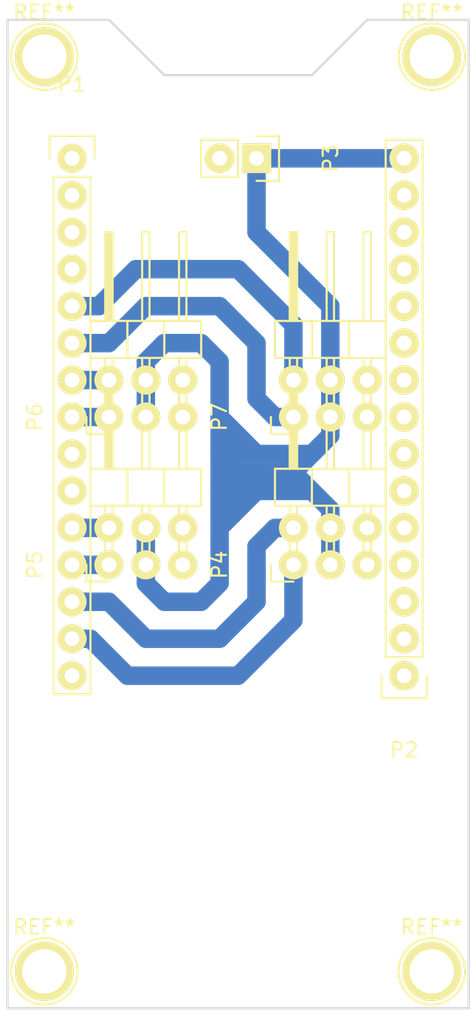
<source format=kicad_pcb>
(kicad_pcb (version 20171130) (host pcbnew 5.1.12-84ad8e8a86~92~ubuntu20.04.1)

  (general
    (thickness 1.6)
    (drawings 8)
    (tracks 71)
    (zones 0)
    (modules 11)
    (nets 28)
  )

  (page A4)
  (layers
    (0 F.Cu signal)
    (31 B.Cu signal)
    (32 B.Adhes user)
    (33 F.Adhes user)
    (34 B.Paste user)
    (35 F.Paste user)
    (36 B.SilkS user)
    (37 F.SilkS user)
    (38 B.Mask user)
    (39 F.Mask user)
    (40 Dwgs.User user)
    (41 Cmts.User user)
    (42 Eco1.User user)
    (43 Eco2.User user)
    (44 Edge.Cuts user)
    (45 Margin user)
    (46 B.CrtYd user)
    (47 F.CrtYd user)
    (48 B.Fab user)
    (49 F.Fab user)
  )

  (setup
    (last_trace_width 1.27)
    (trace_clearance 0.762)
    (zone_clearance 0.254)
    (zone_45_only no)
    (trace_min 1.27)
    (via_size 0.6)
    (via_drill 0.4)
    (via_min_size 0.4)
    (via_min_drill 0.3)
    (uvia_size 0.3)
    (uvia_drill 0.1)
    (uvias_allowed no)
    (uvia_min_size 0)
    (uvia_min_drill 0)
    (edge_width 0.15)
    (segment_width 0.2)
    (pcb_text_width 0.3)
    (pcb_text_size 1.5 1.5)
    (mod_edge_width 0.15)
    (mod_text_size 1 1)
    (mod_text_width 0.15)
    (pad_size 2 2)
    (pad_drill 1.016)
    (pad_to_mask_clearance 0.2)
    (aux_axis_origin 0 0)
    (visible_elements FFFFFF7F)
    (pcbplotparams
      (layerselection 0x01000_80000000)
      (usegerberextensions false)
      (usegerberattributes true)
      (usegerberadvancedattributes true)
      (creategerberjobfile true)
      (excludeedgelayer true)
      (linewidth 0.100000)
      (plotframeref false)
      (viasonmask false)
      (mode 1)
      (useauxorigin false)
      (hpglpennumber 1)
      (hpglpenspeed 20)
      (hpglpendiameter 15.000000)
      (psnegative false)
      (psa4output false)
      (plotreference true)
      (plotvalue true)
      (plotinvisibletext false)
      (padsonsilk false)
      (subtractmaskfromsilk false)
      (outputformat 1)
      (mirror false)
      (drillshape 0)
      (scaleselection 1)
      (outputdirectory ""))
  )

  (net 0 "")
  (net 1 "Net-(P1-Pad1)")
  (net 2 GND)
  (net 3 "Net-(P1-Pad3)")
  (net 4 "Net-(P1-Pad4)")
  (net 5 D8)
  (net 6 D7)
  (net 7 D6)
  (net 8 D5)
  (net 9 "Net-(P1-Pad10)")
  (net 10 D4)
  (net 11 D3)
  (net 12 D2)
  (net 13 D1)
  (net 14 "Net-(P1-Pad15)")
  (net 15 "Net-(P2-Pad1)")
  (net 16 "Net-(P2-Pad2)")
  (net 17 "Net-(P2-Pad3)")
  (net 18 "Net-(P2-Pad4)")
  (net 19 "Net-(P2-Pad5)")
  (net 20 "Net-(P2-Pad6)")
  (net 21 "Net-(P2-Pad7)")
  (net 22 "Net-(P2-Pad8)")
  (net 23 "Net-(P2-Pad9)")
  (net 24 "Net-(P2-Pad11)")
  (net 25 "Net-(P2-Pad12)")
  (net 26 "Net-(P2-Pad13)")
  (net 27 V+)

  (net_class Default "This is the default net class."
    (clearance 0.762)
    (trace_width 1.27)
    (via_dia 0.6)
    (via_drill 0.4)
    (uvia_dia 0.3)
    (uvia_drill 0.1)
    (add_net D1)
    (add_net D2)
    (add_net D3)
    (add_net D4)
    (add_net D5)
    (add_net D6)
    (add_net D7)
    (add_net D8)
    (add_net GND)
    (add_net "Net-(P1-Pad1)")
    (add_net "Net-(P1-Pad10)")
    (add_net "Net-(P1-Pad15)")
    (add_net "Net-(P1-Pad3)")
    (add_net "Net-(P1-Pad4)")
    (add_net "Net-(P2-Pad1)")
    (add_net "Net-(P2-Pad11)")
    (add_net "Net-(P2-Pad12)")
    (add_net "Net-(P2-Pad13)")
    (add_net "Net-(P2-Pad2)")
    (add_net "Net-(P2-Pad3)")
    (add_net "Net-(P2-Pad4)")
    (add_net "Net-(P2-Pad5)")
    (add_net "Net-(P2-Pad6)")
    (add_net "Net-(P2-Pad7)")
    (add_net "Net-(P2-Pad8)")
    (add_net "Net-(P2-Pad9)")
    (add_net V+)
  )

  (module Pin_Headers:Pin_Header_Angled_2x03 placed (layer F.Cu) (tedit 56DD6A04) (tstamp 5693D7EA)
    (at 87.63 77.47 90)
    (descr "Through hole pin header")
    (tags "pin header")
    (path /5693D1F3)
    (fp_text reference P6 (at 0 -5.1 90) (layer F.SilkS)
      (effects (font (size 1 1) (thickness 0.15)))
    )
    (fp_text value CONN_02X03 (at 0 -3.1 90) (layer F.Fab)
      (effects (font (size 1 1) (thickness 0.15)))
    )
    (fp_line (start 4.064 -1.27) (end 6.604 -1.27) (layer F.SilkS) (width 0.15))
    (fp_line (start 4.064 -1.27) (end 4.064 1.27) (layer F.SilkS) (width 0.15))
    (fp_line (start 4.064 1.27) (end 6.604 1.27) (layer F.SilkS) (width 0.15))
    (fp_line (start 6.604 -0.254) (end 12.7 -0.254) (layer F.SilkS) (width 0.15))
    (fp_line (start 12.7 -0.254) (end 12.7 0.254) (layer F.SilkS) (width 0.15))
    (fp_line (start 12.7 0.254) (end 6.604 0.254) (layer F.SilkS) (width 0.15))
    (fp_line (start 6.604 1.27) (end 6.604 -1.27) (layer F.SilkS) (width 0.15))
    (fp_line (start 4.064 1.27) (end 6.604 1.27) (layer F.SilkS) (width 0.15))
    (fp_line (start 4.064 3.81) (end 6.604 3.81) (layer F.SilkS) (width 0.15))
    (fp_line (start 4.064 3.81) (end 4.064 6.35) (layer F.SilkS) (width 0.15))
    (fp_line (start 4.064 6.35) (end 6.604 6.35) (layer F.SilkS) (width 0.15))
    (fp_line (start 6.604 4.826) (end 12.7 4.826) (layer F.SilkS) (width 0.15))
    (fp_line (start 12.7 4.826) (end 12.7 5.334) (layer F.SilkS) (width 0.15))
    (fp_line (start 12.7 5.334) (end 6.604 5.334) (layer F.SilkS) (width 0.15))
    (fp_line (start 6.604 6.35) (end 6.604 3.81) (layer F.SilkS) (width 0.15))
    (fp_line (start 4.064 6.35) (end 6.604 6.35) (layer F.SilkS) (width 0.15))
    (fp_line (start 6.604 3.81) (end 6.604 1.27) (layer F.SilkS) (width 0.15))
    (fp_line (start 12.7 2.794) (end 6.604 2.794) (layer F.SilkS) (width 0.15))
    (fp_line (start 12.7 2.286) (end 12.7 2.794) (layer F.SilkS) (width 0.15))
    (fp_line (start 6.604 2.286) (end 12.7 2.286) (layer F.SilkS) (width 0.15))
    (fp_line (start 4.064 3.81) (end 6.604 3.81) (layer F.SilkS) (width 0.15))
    (fp_line (start 4.064 1.27) (end 4.064 3.81) (layer F.SilkS) (width 0.15))
    (fp_line (start 6.731 0) (end 12.573 0) (layer F.SilkS) (width 0.15))
    (fp_line (start 6.731 0.127) (end 6.731 0) (layer F.SilkS) (width 0.15))
    (fp_line (start 12.573 0.127) (end 6.731 0.127) (layer F.SilkS) (width 0.15))
    (fp_line (start 12.573 -0.127) (end 12.573 0.127) (layer F.SilkS) (width 0.15))
    (fp_line (start 6.604 -0.127) (end 12.573 -0.127) (layer F.SilkS) (width 0.15))
    (fp_line (start -1.15 -1.55) (end -1.15 0) (layer F.SilkS) (width 0.15))
    (fp_line (start 0 -1.55) (end -1.15 -1.55) (layer F.SilkS) (width 0.15))
    (fp_line (start 4.064 0.254) (end 3.556 0.254) (layer F.SilkS) (width 0.15))
    (fp_line (start 4.064 -0.254) (end 3.556 -0.254) (layer F.SilkS) (width 0.15))
    (fp_line (start 4.064 5.334) (end 3.556 5.334) (layer F.SilkS) (width 0.15))
    (fp_line (start 4.064 4.826) (end 3.556 4.826) (layer F.SilkS) (width 0.15))
    (fp_line (start 4.064 2.794) (end 3.556 2.794) (layer F.SilkS) (width 0.15))
    (fp_line (start 4.064 2.286) (end 3.556 2.286) (layer F.SilkS) (width 0.15))
    (fp_line (start 1.524 -0.254) (end 1.016 -0.254) (layer F.SilkS) (width 0.15))
    (fp_line (start 1.524 0.254) (end 1.016 0.254) (layer F.SilkS) (width 0.15))
    (fp_line (start 1.524 2.286) (end 1.016 2.286) (layer F.SilkS) (width 0.15))
    (fp_line (start 1.524 2.794) (end 1.016 2.794) (layer F.SilkS) (width 0.15))
    (fp_line (start 1.524 4.826) (end 1.016 4.826) (layer F.SilkS) (width 0.15))
    (fp_line (start 1.524 5.334) (end 1.016 5.334) (layer F.SilkS) (width 0.15))
    (fp_line (start -1.35 6.85) (end 13.2 6.85) (layer F.CrtYd) (width 0.05))
    (fp_line (start -1.35 -1.75) (end 13.2 -1.75) (layer F.CrtYd) (width 0.05))
    (fp_line (start 13.2 -1.75) (end 13.2 6.85) (layer F.CrtYd) (width 0.05))
    (fp_line (start -1.35 -1.75) (end -1.35 6.85) (layer F.CrtYd) (width 0.05))
    (pad 1 thru_hole circle (at 0 0 90) (size 2 2) (drill 1.016) (layers *.Cu *.Mask F.SilkS)
      (net 8 D5))
    (pad 2 thru_hole circle (at 2.54 0 90) (size 2 2) (drill 1.016) (layers *.Cu *.Mask F.SilkS)
      (net 7 D6))
    (pad 3 thru_hole circle (at 0 2.54 90) (size 2 2) (drill 1.016) (layers *.Cu *.Mask F.SilkS)
      (net 27 V+))
    (pad 4 thru_hole circle (at 2.54 2.54 90) (size 2 2) (drill 1.016) (layers *.Cu *.Mask F.SilkS)
      (net 27 V+))
    (pad 5 thru_hole circle (at 0 5.08 90) (size 2 2) (drill 1.016) (layers *.Cu *.Mask F.SilkS)
      (net 2 GND))
    (pad 6 thru_hole circle (at 2.54 5.08 90) (size 2 2) (drill 1.016) (layers *.Cu *.Mask F.SilkS)
      (net 2 GND))
    (model Pin_Headers.3dshapes/Pin_Header_Angled_2x03.wrl
      (offset (xyz 1.269999980926514 -2.539999961853027 0))
      (scale (xyz 1 1 1))
      (rotate (xyz 0 0 90))
    )
  )

  (module Pin_Headers:Pin_Header_Angled_2x03 placed (layer F.Cu) (tedit 56DD69E4) (tstamp 5693D7F4)
    (at 100.33 77.47 90)
    (descr "Through hole pin header")
    (tags "pin header")
    (path /5693D22A)
    (fp_text reference P7 (at 0 -5.1 90) (layer F.SilkS)
      (effects (font (size 1 1) (thickness 0.15)))
    )
    (fp_text value CONN_02X03 (at 0 -3.1 90) (layer F.Fab)
      (effects (font (size 1 1) (thickness 0.15)))
    )
    (fp_line (start 4.064 -1.27) (end 6.604 -1.27) (layer F.SilkS) (width 0.15))
    (fp_line (start 4.064 -1.27) (end 4.064 1.27) (layer F.SilkS) (width 0.15))
    (fp_line (start 4.064 1.27) (end 6.604 1.27) (layer F.SilkS) (width 0.15))
    (fp_line (start 6.604 -0.254) (end 12.7 -0.254) (layer F.SilkS) (width 0.15))
    (fp_line (start 12.7 -0.254) (end 12.7 0.254) (layer F.SilkS) (width 0.15))
    (fp_line (start 12.7 0.254) (end 6.604 0.254) (layer F.SilkS) (width 0.15))
    (fp_line (start 6.604 1.27) (end 6.604 -1.27) (layer F.SilkS) (width 0.15))
    (fp_line (start 4.064 1.27) (end 6.604 1.27) (layer F.SilkS) (width 0.15))
    (fp_line (start 4.064 3.81) (end 6.604 3.81) (layer F.SilkS) (width 0.15))
    (fp_line (start 4.064 3.81) (end 4.064 6.35) (layer F.SilkS) (width 0.15))
    (fp_line (start 4.064 6.35) (end 6.604 6.35) (layer F.SilkS) (width 0.15))
    (fp_line (start 6.604 4.826) (end 12.7 4.826) (layer F.SilkS) (width 0.15))
    (fp_line (start 12.7 4.826) (end 12.7 5.334) (layer F.SilkS) (width 0.15))
    (fp_line (start 12.7 5.334) (end 6.604 5.334) (layer F.SilkS) (width 0.15))
    (fp_line (start 6.604 6.35) (end 6.604 3.81) (layer F.SilkS) (width 0.15))
    (fp_line (start 4.064 6.35) (end 6.604 6.35) (layer F.SilkS) (width 0.15))
    (fp_line (start 6.604 3.81) (end 6.604 1.27) (layer F.SilkS) (width 0.15))
    (fp_line (start 12.7 2.794) (end 6.604 2.794) (layer F.SilkS) (width 0.15))
    (fp_line (start 12.7 2.286) (end 12.7 2.794) (layer F.SilkS) (width 0.15))
    (fp_line (start 6.604 2.286) (end 12.7 2.286) (layer F.SilkS) (width 0.15))
    (fp_line (start 4.064 3.81) (end 6.604 3.81) (layer F.SilkS) (width 0.15))
    (fp_line (start 4.064 1.27) (end 4.064 3.81) (layer F.SilkS) (width 0.15))
    (fp_line (start 6.731 0) (end 12.573 0) (layer F.SilkS) (width 0.15))
    (fp_line (start 6.731 0.127) (end 6.731 0) (layer F.SilkS) (width 0.15))
    (fp_line (start 12.573 0.127) (end 6.731 0.127) (layer F.SilkS) (width 0.15))
    (fp_line (start 12.573 -0.127) (end 12.573 0.127) (layer F.SilkS) (width 0.15))
    (fp_line (start 6.604 -0.127) (end 12.573 -0.127) (layer F.SilkS) (width 0.15))
    (fp_line (start -1.15 -1.55) (end -1.15 0) (layer F.SilkS) (width 0.15))
    (fp_line (start 0 -1.55) (end -1.15 -1.55) (layer F.SilkS) (width 0.15))
    (fp_line (start 4.064 0.254) (end 3.556 0.254) (layer F.SilkS) (width 0.15))
    (fp_line (start 4.064 -0.254) (end 3.556 -0.254) (layer F.SilkS) (width 0.15))
    (fp_line (start 4.064 5.334) (end 3.556 5.334) (layer F.SilkS) (width 0.15))
    (fp_line (start 4.064 4.826) (end 3.556 4.826) (layer F.SilkS) (width 0.15))
    (fp_line (start 4.064 2.794) (end 3.556 2.794) (layer F.SilkS) (width 0.15))
    (fp_line (start 4.064 2.286) (end 3.556 2.286) (layer F.SilkS) (width 0.15))
    (fp_line (start 1.524 -0.254) (end 1.016 -0.254) (layer F.SilkS) (width 0.15))
    (fp_line (start 1.524 0.254) (end 1.016 0.254) (layer F.SilkS) (width 0.15))
    (fp_line (start 1.524 2.286) (end 1.016 2.286) (layer F.SilkS) (width 0.15))
    (fp_line (start 1.524 2.794) (end 1.016 2.794) (layer F.SilkS) (width 0.15))
    (fp_line (start 1.524 4.826) (end 1.016 4.826) (layer F.SilkS) (width 0.15))
    (fp_line (start 1.524 5.334) (end 1.016 5.334) (layer F.SilkS) (width 0.15))
    (fp_line (start -1.35 6.85) (end 13.2 6.85) (layer F.CrtYd) (width 0.05))
    (fp_line (start -1.35 -1.75) (end 13.2 -1.75) (layer F.CrtYd) (width 0.05))
    (fp_line (start 13.2 -1.75) (end 13.2 6.85) (layer F.CrtYd) (width 0.05))
    (fp_line (start -1.35 -1.75) (end -1.35 6.85) (layer F.CrtYd) (width 0.05))
    (pad 1 thru_hole circle (at 0 0 90) (size 2 2) (drill 1.016) (layers *.Cu *.Mask F.SilkS)
      (net 6 D7))
    (pad 2 thru_hole circle (at 2.54 0 90) (size 2 2) (drill 1.016) (layers *.Cu *.Mask F.SilkS)
      (net 5 D8))
    (pad 3 thru_hole circle (at 0 2.54 90) (size 2 2) (drill 1.016) (layers *.Cu *.Mask F.SilkS)
      (net 27 V+))
    (pad 4 thru_hole circle (at 2.54 2.54 90) (size 2 2) (drill 1.016) (layers *.Cu *.Mask F.SilkS)
      (net 27 V+))
    (pad 5 thru_hole circle (at 0 5.08 90) (size 2 2) (drill 1.016) (layers *.Cu *.Mask F.SilkS)
      (net 2 GND))
    (pad 6 thru_hole circle (at 2.54 5.08 90) (size 2 2) (drill 1.016) (layers *.Cu *.Mask F.SilkS)
      (net 2 GND))
    (model Pin_Headers.3dshapes/Pin_Header_Angled_2x03.wrl
      (offset (xyz 1.269999980926514 -2.539999961853027 0))
      (scale (xyz 1 1 1))
      (rotate (xyz 0 0 90))
    )
  )

  (module Pin_Headers:Pin_Header_Angled_2x03 placed (layer F.Cu) (tedit 56DD69C8) (tstamp 5693D7D6)
    (at 100.33 87.63 90)
    (descr "Through hole pin header")
    (tags "pin header")
    (path /5693D1B5)
    (fp_text reference P4 (at 0 -5.1 90) (layer F.SilkS)
      (effects (font (size 1 1) (thickness 0.15)))
    )
    (fp_text value CONN_02X03 (at 0 -3.1 90) (layer F.Fab)
      (effects (font (size 1 1) (thickness 0.15)))
    )
    (fp_line (start 4.064 -1.27) (end 6.604 -1.27) (layer F.SilkS) (width 0.15))
    (fp_line (start 4.064 -1.27) (end 4.064 1.27) (layer F.SilkS) (width 0.15))
    (fp_line (start 4.064 1.27) (end 6.604 1.27) (layer F.SilkS) (width 0.15))
    (fp_line (start 6.604 -0.254) (end 12.7 -0.254) (layer F.SilkS) (width 0.15))
    (fp_line (start 12.7 -0.254) (end 12.7 0.254) (layer F.SilkS) (width 0.15))
    (fp_line (start 12.7 0.254) (end 6.604 0.254) (layer F.SilkS) (width 0.15))
    (fp_line (start 6.604 1.27) (end 6.604 -1.27) (layer F.SilkS) (width 0.15))
    (fp_line (start 4.064 1.27) (end 6.604 1.27) (layer F.SilkS) (width 0.15))
    (fp_line (start 4.064 3.81) (end 6.604 3.81) (layer F.SilkS) (width 0.15))
    (fp_line (start 4.064 3.81) (end 4.064 6.35) (layer F.SilkS) (width 0.15))
    (fp_line (start 4.064 6.35) (end 6.604 6.35) (layer F.SilkS) (width 0.15))
    (fp_line (start 6.604 4.826) (end 12.7 4.826) (layer F.SilkS) (width 0.15))
    (fp_line (start 12.7 4.826) (end 12.7 5.334) (layer F.SilkS) (width 0.15))
    (fp_line (start 12.7 5.334) (end 6.604 5.334) (layer F.SilkS) (width 0.15))
    (fp_line (start 6.604 6.35) (end 6.604 3.81) (layer F.SilkS) (width 0.15))
    (fp_line (start 4.064 6.35) (end 6.604 6.35) (layer F.SilkS) (width 0.15))
    (fp_line (start 6.604 3.81) (end 6.604 1.27) (layer F.SilkS) (width 0.15))
    (fp_line (start 12.7 2.794) (end 6.604 2.794) (layer F.SilkS) (width 0.15))
    (fp_line (start 12.7 2.286) (end 12.7 2.794) (layer F.SilkS) (width 0.15))
    (fp_line (start 6.604 2.286) (end 12.7 2.286) (layer F.SilkS) (width 0.15))
    (fp_line (start 4.064 3.81) (end 6.604 3.81) (layer F.SilkS) (width 0.15))
    (fp_line (start 4.064 1.27) (end 4.064 3.81) (layer F.SilkS) (width 0.15))
    (fp_line (start 6.731 0) (end 12.573 0) (layer F.SilkS) (width 0.15))
    (fp_line (start 6.731 0.127) (end 6.731 0) (layer F.SilkS) (width 0.15))
    (fp_line (start 12.573 0.127) (end 6.731 0.127) (layer F.SilkS) (width 0.15))
    (fp_line (start 12.573 -0.127) (end 12.573 0.127) (layer F.SilkS) (width 0.15))
    (fp_line (start 6.604 -0.127) (end 12.573 -0.127) (layer F.SilkS) (width 0.15))
    (fp_line (start -1.15 -1.55) (end -1.15 0) (layer F.SilkS) (width 0.15))
    (fp_line (start 0 -1.55) (end -1.15 -1.55) (layer F.SilkS) (width 0.15))
    (fp_line (start 4.064 0.254) (end 3.556 0.254) (layer F.SilkS) (width 0.15))
    (fp_line (start 4.064 -0.254) (end 3.556 -0.254) (layer F.SilkS) (width 0.15))
    (fp_line (start 4.064 5.334) (end 3.556 5.334) (layer F.SilkS) (width 0.15))
    (fp_line (start 4.064 4.826) (end 3.556 4.826) (layer F.SilkS) (width 0.15))
    (fp_line (start 4.064 2.794) (end 3.556 2.794) (layer F.SilkS) (width 0.15))
    (fp_line (start 4.064 2.286) (end 3.556 2.286) (layer F.SilkS) (width 0.15))
    (fp_line (start 1.524 -0.254) (end 1.016 -0.254) (layer F.SilkS) (width 0.15))
    (fp_line (start 1.524 0.254) (end 1.016 0.254) (layer F.SilkS) (width 0.15))
    (fp_line (start 1.524 2.286) (end 1.016 2.286) (layer F.SilkS) (width 0.15))
    (fp_line (start 1.524 2.794) (end 1.016 2.794) (layer F.SilkS) (width 0.15))
    (fp_line (start 1.524 4.826) (end 1.016 4.826) (layer F.SilkS) (width 0.15))
    (fp_line (start 1.524 5.334) (end 1.016 5.334) (layer F.SilkS) (width 0.15))
    (fp_line (start -1.35 6.85) (end 13.2 6.85) (layer F.CrtYd) (width 0.05))
    (fp_line (start -1.35 -1.75) (end 13.2 -1.75) (layer F.CrtYd) (width 0.05))
    (fp_line (start 13.2 -1.75) (end 13.2 6.85) (layer F.CrtYd) (width 0.05))
    (fp_line (start -1.35 -1.75) (end -1.35 6.85) (layer F.CrtYd) (width 0.05))
    (pad 1 thru_hole circle (at 0 0 90) (size 2 2) (drill 1.016) (layers *.Cu *.Mask F.SilkS)
      (net 13 D1))
    (pad 2 thru_hole circle (at 2.54 0 90) (size 2 2) (drill 1.016) (layers *.Cu *.Mask F.SilkS)
      (net 12 D2))
    (pad 3 thru_hole circle (at 0 2.54 90) (size 2 2) (drill 1.016) (layers *.Cu *.Mask F.SilkS)
      (net 27 V+))
    (pad 4 thru_hole circle (at 2.54 2.54 90) (size 2 2) (drill 1.016) (layers *.Cu *.Mask F.SilkS)
      (net 27 V+))
    (pad 5 thru_hole circle (at 0 5.08 90) (size 2 2) (drill 1.016) (layers *.Cu *.Mask F.SilkS)
      (net 2 GND))
    (pad 6 thru_hole circle (at 2.54 5.08 90) (size 2 2) (drill 1.016) (layers *.Cu *.Mask F.SilkS)
      (net 2 GND))
    (model Pin_Headers.3dshapes/Pin_Header_Angled_2x03.wrl
      (offset (xyz 1.269999980926514 -2.539999961853027 0))
      (scale (xyz 1 1 1))
      (rotate (xyz 0 0 90))
    )
  )

  (module Pin_Headers:Pin_Header_Straight_1x15 placed (layer F.Cu) (tedit 56DD696C) (tstamp 5693D7B3)
    (at 85.09 59.69)
    (descr "Through hole pin header")
    (tags "pin header")
    (path /5693D00D)
    (fp_text reference P1 (at 0 -5.1) (layer F.SilkS)
      (effects (font (size 1 1) (thickness 0.15)))
    )
    (fp_text value CONN_01X15 (at 0 -3.1) (layer F.Fab)
      (effects (font (size 1 1) (thickness 0.15)))
    )
    (fp_line (start -1.55 -1.55) (end 1.55 -1.55) (layer F.SilkS) (width 0.15))
    (fp_line (start -1.55 0) (end -1.55 -1.55) (layer F.SilkS) (width 0.15))
    (fp_line (start 1.27 1.27) (end -1.27 1.27) (layer F.SilkS) (width 0.15))
    (fp_line (start 1.55 -1.55) (end 1.55 0) (layer F.SilkS) (width 0.15))
    (fp_line (start 1.27 36.83) (end 1.27 1.27) (layer F.SilkS) (width 0.15))
    (fp_line (start -1.27 36.83) (end 1.27 36.83) (layer F.SilkS) (width 0.15))
    (fp_line (start -1.27 1.27) (end -1.27 36.83) (layer F.SilkS) (width 0.15))
    (fp_line (start -1.75 37.35) (end 1.75 37.35) (layer F.CrtYd) (width 0.05))
    (fp_line (start -1.75 -1.75) (end 1.75 -1.75) (layer F.CrtYd) (width 0.05))
    (fp_line (start 1.75 -1.75) (end 1.75 37.35) (layer F.CrtYd) (width 0.05))
    (fp_line (start -1.75 -1.75) (end -1.75 37.35) (layer F.CrtYd) (width 0.05))
    (pad 1 thru_hole circle (at 0 0) (size 2 2) (drill 1.016) (layers *.Cu *.Mask F.SilkS)
      (net 1 "Net-(P1-Pad1)"))
    (pad 2 thru_hole circle (at 0 2.54) (size 2 2) (drill 1.016) (layers *.Cu *.Mask F.SilkS)
      (net 2 GND))
    (pad 3 thru_hole circle (at 0 5.08) (size 2 2) (drill 1.016) (layers *.Cu *.Mask F.SilkS)
      (net 3 "Net-(P1-Pad3)"))
    (pad 4 thru_hole circle (at 0 7.62) (size 2 2) (drill 1.016) (layers *.Cu *.Mask F.SilkS)
      (net 4 "Net-(P1-Pad4)"))
    (pad 5 thru_hole circle (at 0 10.16) (size 2 2) (drill 1.016) (layers *.Cu *.Mask F.SilkS)
      (net 5 D8))
    (pad 6 thru_hole circle (at 0 12.7) (size 2 2) (drill 1.016) (layers *.Cu *.Mask F.SilkS)
      (net 6 D7))
    (pad 7 thru_hole circle (at 0 15.24) (size 2 2) (drill 1.016) (layers *.Cu *.Mask F.SilkS)
      (net 7 D6))
    (pad 8 thru_hole circle (at 0 17.78) (size 2 2) (drill 1.016) (layers *.Cu *.Mask F.SilkS)
      (net 8 D5))
    (pad 9 thru_hole circle (at 0 20.32) (size 2 2) (drill 1.016) (layers *.Cu *.Mask F.SilkS)
      (net 2 GND))
    (pad 10 thru_hole circle (at 0 22.86) (size 2 2) (drill 1.016) (layers *.Cu *.Mask F.SilkS)
      (net 9 "Net-(P1-Pad10)"))
    (pad 11 thru_hole circle (at 0 25.4) (size 2 2) (drill 1.016) (layers *.Cu *.Mask F.SilkS)
      (net 10 D4))
    (pad 12 thru_hole circle (at 0 27.94) (size 2 2) (drill 1.016) (layers *.Cu *.Mask F.SilkS)
      (net 11 D3))
    (pad 13 thru_hole circle (at 0 30.48) (size 2 2) (drill 1.016) (layers *.Cu *.Mask F.SilkS)
      (net 12 D2))
    (pad 14 thru_hole circle (at 0 33.02) (size 2 2) (drill 1.016) (layers *.Cu *.Mask F.SilkS)
      (net 13 D1))
    (pad 15 thru_hole circle (at 0 35.56) (size 2 2) (drill 1.016) (layers *.Cu *.Mask F.SilkS)
      (net 14 "Net-(P1-Pad15)"))
    (model Pin_Headers.3dshapes/Pin_Header_Straight_1x15.wrl
      (offset (xyz 0 -17.77999973297119 0))
      (scale (xyz 1 1 1))
      (rotate (xyz 0 0 90))
    )
  )

  (module Pin_Headers:Pin_Header_Straight_1x15 placed (layer F.Cu) (tedit 56DD682E) (tstamp 5693D7C6)
    (at 107.95 95.25 180)
    (descr "Through hole pin header")
    (tags "pin header")
    (path /5693D0BB)
    (fp_text reference P2 (at 0 -5.1 180) (layer F.SilkS)
      (effects (font (size 1 1) (thickness 0.15)))
    )
    (fp_text value CONN_01X15 (at 0 -3.1 180) (layer F.Fab)
      (effects (font (size 1 1) (thickness 0.15)))
    )
    (fp_line (start -1.55 -1.55) (end 1.55 -1.55) (layer F.SilkS) (width 0.15))
    (fp_line (start -1.55 0) (end -1.55 -1.55) (layer F.SilkS) (width 0.15))
    (fp_line (start 1.27 1.27) (end -1.27 1.27) (layer F.SilkS) (width 0.15))
    (fp_line (start 1.55 -1.55) (end 1.55 0) (layer F.SilkS) (width 0.15))
    (fp_line (start 1.27 36.83) (end 1.27 1.27) (layer F.SilkS) (width 0.15))
    (fp_line (start -1.27 36.83) (end 1.27 36.83) (layer F.SilkS) (width 0.15))
    (fp_line (start -1.27 1.27) (end -1.27 36.83) (layer F.SilkS) (width 0.15))
    (fp_line (start -1.75 37.35) (end 1.75 37.35) (layer F.CrtYd) (width 0.05))
    (fp_line (start -1.75 -1.75) (end 1.75 -1.75) (layer F.CrtYd) (width 0.05))
    (fp_line (start 1.75 -1.75) (end 1.75 37.35) (layer F.CrtYd) (width 0.05))
    (fp_line (start -1.75 -1.75) (end -1.75 37.35) (layer F.CrtYd) (width 0.05))
    (pad 1 thru_hole circle (at 0 0 180) (size 2.032 2.032) (drill 1.016) (layers *.Cu *.Mask F.SilkS)
      (net 15 "Net-(P2-Pad1)"))
    (pad 2 thru_hole circle (at 0 2.54 180) (size 2.032 2.032) (drill 1.016) (layers *.Cu *.Mask F.SilkS)
      (net 16 "Net-(P2-Pad2)"))
    (pad 3 thru_hole circle (at 0 5.08 180) (size 2.032 2.032) (drill 1.016) (layers *.Cu *.Mask F.SilkS)
      (net 17 "Net-(P2-Pad3)"))
    (pad 4 thru_hole circle (at 0 7.62 180) (size 2.032 2.032) (drill 1.016) (layers *.Cu *.Mask F.SilkS)
      (net 18 "Net-(P2-Pad4)"))
    (pad 5 thru_hole circle (at 0 10.16 180) (size 2.032 2.032) (drill 1.016) (layers *.Cu *.Mask F.SilkS)
      (net 19 "Net-(P2-Pad5)"))
    (pad 6 thru_hole circle (at 0 12.7 180) (size 2.032 2.032) (drill 1.016) (layers *.Cu *.Mask F.SilkS)
      (net 20 "Net-(P2-Pad6)"))
    (pad 7 thru_hole circle (at 0 15.24 180) (size 2.032 2.032) (drill 1.016) (layers *.Cu *.Mask F.SilkS)
      (net 21 "Net-(P2-Pad7)"))
    (pad 8 thru_hole circle (at 0 17.78 180) (size 2.032 2.032) (drill 1.016) (layers *.Cu *.Mask F.SilkS)
      (net 22 "Net-(P2-Pad8)"))
    (pad 9 thru_hole circle (at 0 20.32 180) (size 2.032 2.032) (drill 1.016) (layers *.Cu *.Mask F.SilkS)
      (net 23 "Net-(P2-Pad9)"))
    (pad 10 thru_hole circle (at 0 22.86 180) (size 2.032 2.032) (drill 1.016) (layers *.Cu *.Mask F.SilkS)
      (net 2 GND))
    (pad 11 thru_hole circle (at 0 25.4 180) (size 2.032 2.032) (drill 1.016) (layers *.Cu *.Mask F.SilkS)
      (net 24 "Net-(P2-Pad11)"))
    (pad 12 thru_hole circle (at 0 27.94 180) (size 2.032 2.032) (drill 1.016) (layers *.Cu *.Mask F.SilkS)
      (net 25 "Net-(P2-Pad12)"))
    (pad 13 thru_hole circle (at 0 30.48 180) (size 2.032 2.032) (drill 1.016) (layers *.Cu *.Mask F.SilkS)
      (net 26 "Net-(P2-Pad13)"))
    (pad 14 thru_hole circle (at 0 33.02 180) (size 2.032 2.032) (drill 1.016) (layers *.Cu *.Mask F.SilkS)
      (net 2 GND))
    (pad 15 thru_hole circle (at 0 35.56 180) (size 2.032 2.032) (drill 1.016) (layers *.Cu *.Mask F.SilkS)
      (net 27 V+))
    (model Pin_Headers.3dshapes/Pin_Header_Straight_1x15.wrl
      (offset (xyz 0 -17.77999973297119 0))
      (scale (xyz 1 1 1))
      (rotate (xyz 0 0 90))
    )
  )

  (module Pin_Headers:Pin_Header_Straight_1x02 placed (layer F.Cu) (tedit 54EA090C) (tstamp 5693D7CC)
    (at 97.79 59.69 270)
    (descr "Through hole pin header")
    (tags "pin header")
    (path /5693E171)
    (fp_text reference P3 (at 0 -5.1 270) (layer F.SilkS)
      (effects (font (size 1 1) (thickness 0.15)))
    )
    (fp_text value CONN_01X02 (at 0 -3.1 270) (layer F.Fab)
      (effects (font (size 1 1) (thickness 0.15)))
    )
    (fp_line (start -1.27 3.81) (end 1.27 3.81) (layer F.SilkS) (width 0.15))
    (fp_line (start -1.27 1.27) (end -1.27 3.81) (layer F.SilkS) (width 0.15))
    (fp_line (start -1.55 -1.55) (end 1.55 -1.55) (layer F.SilkS) (width 0.15))
    (fp_line (start -1.55 0) (end -1.55 -1.55) (layer F.SilkS) (width 0.15))
    (fp_line (start 1.27 1.27) (end -1.27 1.27) (layer F.SilkS) (width 0.15))
    (fp_line (start -1.75 4.3) (end 1.75 4.3) (layer F.CrtYd) (width 0.05))
    (fp_line (start -1.75 -1.75) (end 1.75 -1.75) (layer F.CrtYd) (width 0.05))
    (fp_line (start 1.75 -1.75) (end 1.75 4.3) (layer F.CrtYd) (width 0.05))
    (fp_line (start -1.75 -1.75) (end -1.75 4.3) (layer F.CrtYd) (width 0.05))
    (fp_line (start 1.55 -1.55) (end 1.55 0) (layer F.SilkS) (width 0.15))
    (fp_line (start 1.27 1.27) (end 1.27 3.81) (layer F.SilkS) (width 0.15))
    (pad 1 thru_hole rect (at 0 0 270) (size 2.032 2.032) (drill 1.016) (layers *.Cu *.Mask F.SilkS)
      (net 27 V+))
    (pad 2 thru_hole oval (at 0 2.54 270) (size 2.032 2.032) (drill 1.016) (layers *.Cu *.Mask F.SilkS)
      (net 2 GND))
    (model Pin_Headers.3dshapes/Pin_Header_Straight_1x02.wrl
      (offset (xyz 0 -1.269999980926514 0))
      (scale (xyz 1 1 1))
      (rotate (xyz 0 0 90))
    )
  )

  (module Pin_Headers:Pin_Header_Angled_2x03 placed (layer F.Cu) (tedit 56DD69B8) (tstamp 5693D7E0)
    (at 87.63 87.63 90)
    (descr "Through hole pin header")
    (tags "pin header")
    (path /5693D13B)
    (fp_text reference P5 (at 0 -5.1 90) (layer F.SilkS)
      (effects (font (size 1 1) (thickness 0.15)))
    )
    (fp_text value CONN_02X03 (at 0 -3.1 90) (layer F.Fab)
      (effects (font (size 1 1) (thickness 0.15)))
    )
    (fp_line (start 4.064 -1.27) (end 6.604 -1.27) (layer F.SilkS) (width 0.15))
    (fp_line (start 4.064 -1.27) (end 4.064 1.27) (layer F.SilkS) (width 0.15))
    (fp_line (start 4.064 1.27) (end 6.604 1.27) (layer F.SilkS) (width 0.15))
    (fp_line (start 6.604 -0.254) (end 12.7 -0.254) (layer F.SilkS) (width 0.15))
    (fp_line (start 12.7 -0.254) (end 12.7 0.254) (layer F.SilkS) (width 0.15))
    (fp_line (start 12.7 0.254) (end 6.604 0.254) (layer F.SilkS) (width 0.15))
    (fp_line (start 6.604 1.27) (end 6.604 -1.27) (layer F.SilkS) (width 0.15))
    (fp_line (start 4.064 1.27) (end 6.604 1.27) (layer F.SilkS) (width 0.15))
    (fp_line (start 4.064 3.81) (end 6.604 3.81) (layer F.SilkS) (width 0.15))
    (fp_line (start 4.064 3.81) (end 4.064 6.35) (layer F.SilkS) (width 0.15))
    (fp_line (start 4.064 6.35) (end 6.604 6.35) (layer F.SilkS) (width 0.15))
    (fp_line (start 6.604 4.826) (end 12.7 4.826) (layer F.SilkS) (width 0.15))
    (fp_line (start 12.7 4.826) (end 12.7 5.334) (layer F.SilkS) (width 0.15))
    (fp_line (start 12.7 5.334) (end 6.604 5.334) (layer F.SilkS) (width 0.15))
    (fp_line (start 6.604 6.35) (end 6.604 3.81) (layer F.SilkS) (width 0.15))
    (fp_line (start 4.064 6.35) (end 6.604 6.35) (layer F.SilkS) (width 0.15))
    (fp_line (start 6.604 3.81) (end 6.604 1.27) (layer F.SilkS) (width 0.15))
    (fp_line (start 12.7 2.794) (end 6.604 2.794) (layer F.SilkS) (width 0.15))
    (fp_line (start 12.7 2.286) (end 12.7 2.794) (layer F.SilkS) (width 0.15))
    (fp_line (start 6.604 2.286) (end 12.7 2.286) (layer F.SilkS) (width 0.15))
    (fp_line (start 4.064 3.81) (end 6.604 3.81) (layer F.SilkS) (width 0.15))
    (fp_line (start 4.064 1.27) (end 4.064 3.81) (layer F.SilkS) (width 0.15))
    (fp_line (start 6.731 0) (end 12.573 0) (layer F.SilkS) (width 0.15))
    (fp_line (start 6.731 0.127) (end 6.731 0) (layer F.SilkS) (width 0.15))
    (fp_line (start 12.573 0.127) (end 6.731 0.127) (layer F.SilkS) (width 0.15))
    (fp_line (start 12.573 -0.127) (end 12.573 0.127) (layer F.SilkS) (width 0.15))
    (fp_line (start 6.604 -0.127) (end 12.573 -0.127) (layer F.SilkS) (width 0.15))
    (fp_line (start -1.15 -1.55) (end -1.15 0) (layer F.SilkS) (width 0.15))
    (fp_line (start 0 -1.55) (end -1.15 -1.55) (layer F.SilkS) (width 0.15))
    (fp_line (start 4.064 0.254) (end 3.556 0.254) (layer F.SilkS) (width 0.15))
    (fp_line (start 4.064 -0.254) (end 3.556 -0.254) (layer F.SilkS) (width 0.15))
    (fp_line (start 4.064 5.334) (end 3.556 5.334) (layer F.SilkS) (width 0.15))
    (fp_line (start 4.064 4.826) (end 3.556 4.826) (layer F.SilkS) (width 0.15))
    (fp_line (start 4.064 2.794) (end 3.556 2.794) (layer F.SilkS) (width 0.15))
    (fp_line (start 4.064 2.286) (end 3.556 2.286) (layer F.SilkS) (width 0.15))
    (fp_line (start 1.524 -0.254) (end 1.016 -0.254) (layer F.SilkS) (width 0.15))
    (fp_line (start 1.524 0.254) (end 1.016 0.254) (layer F.SilkS) (width 0.15))
    (fp_line (start 1.524 2.286) (end 1.016 2.286) (layer F.SilkS) (width 0.15))
    (fp_line (start 1.524 2.794) (end 1.016 2.794) (layer F.SilkS) (width 0.15))
    (fp_line (start 1.524 4.826) (end 1.016 4.826) (layer F.SilkS) (width 0.15))
    (fp_line (start 1.524 5.334) (end 1.016 5.334) (layer F.SilkS) (width 0.15))
    (fp_line (start -1.35 6.85) (end 13.2 6.85) (layer F.CrtYd) (width 0.05))
    (fp_line (start -1.35 -1.75) (end 13.2 -1.75) (layer F.CrtYd) (width 0.05))
    (fp_line (start 13.2 -1.75) (end 13.2 6.85) (layer F.CrtYd) (width 0.05))
    (fp_line (start -1.35 -1.75) (end -1.35 6.85) (layer F.CrtYd) (width 0.05))
    (pad 1 thru_hole circle (at 0 0 90) (size 2 2) (drill 1.016) (layers *.Cu *.Mask F.SilkS)
      (net 11 D3))
    (pad 2 thru_hole circle (at 2.54 0 90) (size 2 2) (drill 1.016) (layers *.Cu *.Mask F.SilkS)
      (net 10 D4))
    (pad 3 thru_hole circle (at 0 2.54 90) (size 2 2) (drill 1.016) (layers *.Cu *.Mask F.SilkS)
      (net 27 V+))
    (pad 4 thru_hole circle (at 2.54 2.54 90) (size 2 2) (drill 1.016) (layers *.Cu *.Mask F.SilkS)
      (net 27 V+))
    (pad 5 thru_hole circle (at 0 5.08 90) (size 2 2) (drill 1.016) (layers *.Cu *.Mask F.SilkS)
      (net 2 GND))
    (pad 6 thru_hole circle (at 2.54 5.08 90) (size 2 2) (drill 1.016) (layers *.Cu *.Mask F.SilkS)
      (net 2 GND))
    (model Pin_Headers.3dshapes/Pin_Header_Angled_2x03.wrl
      (offset (xyz 1.269999980926514 -2.539999961853027 0))
      (scale (xyz 1 1 1))
      (rotate (xyz 0 0 90))
    )
  )

  (module Connect:1pin (layer F.Cu) (tedit 0) (tstamp 56DD675E)
    (at 109.855 52.705)
    (descr "module 1 pin (ou trou mecanique de percage)")
    (tags DEV)
    (fp_text reference REF** (at 0 -3.048) (layer F.SilkS)
      (effects (font (size 1 1) (thickness 0.15)))
    )
    (fp_text value 1pin (at 0 2.794) (layer F.Fab)
      (effects (font (size 1 1) (thickness 0.15)))
    )
    (fp_circle (center 0 0) (end 0 -2.286) (layer F.SilkS) (width 0.15))
    (pad 1 thru_hole circle (at 0 0) (size 4.064 4.064) (drill 3.048) (layers *.Cu *.Mask F.SilkS))
  )

  (module Connect:1pin (layer F.Cu) (tedit 0) (tstamp 56DD6E96)
    (at 83.185 52.705)
    (descr "module 1 pin (ou trou mecanique de percage)")
    (tags DEV)
    (fp_text reference REF** (at 0 -3.048) (layer F.SilkS)
      (effects (font (size 1 1) (thickness 0.15)))
    )
    (fp_text value 1pin (at 0 2.794) (layer F.Fab)
      (effects (font (size 1 1) (thickness 0.15)))
    )
    (fp_circle (center 0 0) (end 0 -2.286) (layer F.SilkS) (width 0.15))
    (pad 1 thru_hole circle (at 0 0) (size 4.064 4.064) (drill 3.048) (layers *.Cu *.Mask F.SilkS))
  )

  (module Connect:1pin (layer F.Cu) (tedit 0) (tstamp 56DD6E9C)
    (at 83.185 115.57)
    (descr "module 1 pin (ou trou mecanique de percage)")
    (tags DEV)
    (fp_text reference REF** (at 0 -3.048) (layer F.SilkS)
      (effects (font (size 1 1) (thickness 0.15)))
    )
    (fp_text value 1pin (at 0 2.794) (layer F.Fab)
      (effects (font (size 1 1) (thickness 0.15)))
    )
    (fp_circle (center 0 0) (end 0 -2.286) (layer F.SilkS) (width 0.15))
    (pad 1 thru_hole circle (at 0 0) (size 4.064 4.064) (drill 3.048) (layers *.Cu *.Mask F.SilkS))
  )

  (module Connect:1pin (layer F.Cu) (tedit 0) (tstamp 56DD6EA2)
    (at 109.855 115.57)
    (descr "module 1 pin (ou trou mecanique de percage)")
    (tags DEV)
    (fp_text reference REF** (at 0 -3.048) (layer F.SilkS)
      (effects (font (size 1 1) (thickness 0.15)))
    )
    (fp_text value 1pin (at 0 2.794) (layer F.Fab)
      (effects (font (size 1 1) (thickness 0.15)))
    )
    (fp_circle (center 0 0) (end 0 -2.286) (layer F.SilkS) (width 0.15))
    (pad 1 thru_hole circle (at 0 0) (size 4.064 4.064) (drill 3.048) (layers *.Cu *.Mask F.SilkS))
  )

  (gr_line (start 80.645 118.11) (end 112.395 118.11) (angle 90) (layer Edge.Cuts) (width 0.15))
  (gr_line (start 105.41 50.165) (end 112.395 50.165) (angle 90) (layer Edge.Cuts) (width 0.15))
  (gr_line (start 101.6 53.975) (end 105.41 50.165) (angle 90) (layer Edge.Cuts) (width 0.15))
  (gr_line (start 91.44 53.975) (end 101.6 53.975) (angle 90) (layer Edge.Cuts) (width 0.15))
  (gr_line (start 87.63 50.165) (end 91.44 53.975) (angle 90) (layer Edge.Cuts) (width 0.15))
  (gr_line (start 80.645 50.165) (end 87.63 50.165) (angle 90) (layer Edge.Cuts) (width 0.15))
  (gr_line (start 80.645 50.165) (end 80.645 118.11) (angle 90) (layer Edge.Cuts) (width 0.15))
  (gr_line (start 112.395 118.11) (end 112.395 50.165) (angle 90) (layer Edge.Cuts) (width 0.15))

  (segment (start 85.09 69.85) (end 86.937104 69.85) (width 1.27) (layer B.Cu) (net 5))
  (segment (start 100.33 71.12) (end 100.33 74.93) (width 1.27) (layer B.Cu) (net 5) (tstamp 56951ABE))
  (segment (start 96.52 67.31) (end 100.33 71.12) (width 1.27) (layer B.Cu) (net 5) (tstamp 56951AB6))
  (segment (start 89.477104 67.31) (end 96.52 67.31) (width 1.27) (layer B.Cu) (net 5) (tstamp 56951AB2))
  (segment (start 86.937104 69.85) (end 89.477104 67.31) (width 1.27) (layer B.Cu) (net 5) (tstamp 56951AB0))
  (segment (start 85.09 72.39) (end 87.63 72.39) (width 1.27) (layer B.Cu) (net 6))
  (segment (start 99.06 77.47) (end 100.33 77.47) (width 1.27) (layer B.Cu) (net 6) (tstamp 56951AAD))
  (segment (start 97.79 76.2) (end 99.06 77.47) (width 1.27) (layer B.Cu) (net 6) (tstamp 56951AAC))
  (segment (start 97.79 72.39) (end 97.79 76.2) (width 1.27) (layer B.Cu) (net 6) (tstamp 56951AAA))
  (segment (start 95.25 69.85) (end 97.79 72.39) (width 1.27) (layer B.Cu) (net 6) (tstamp 56951AA9))
  (segment (start 90.17 69.85) (end 95.25 69.85) (width 1.27) (layer B.Cu) (net 6) (tstamp 56951AA7))
  (segment (start 87.63 72.39) (end 90.17 69.85) (width 1.27) (layer B.Cu) (net 6) (tstamp 56951AA3))
  (segment (start 85.09 74.93) (end 87.63 74.93) (width 1.27) (layer B.Cu) (net 7))
  (segment (start 85.09 77.47) (end 87.63 77.47) (width 1.27) (layer B.Cu) (net 8))
  (segment (start 85.09 85.09) (end 87.63 85.09) (width 1.27) (layer B.Cu) (net 10))
  (segment (start 85.09 87.63) (end 87.63 87.63) (width 1.27) (layer B.Cu) (net 11))
  (segment (start 85.09 90.17) (end 87.63 90.17) (width 1.27) (layer B.Cu) (net 12))
  (segment (start 99.06 85.09) (end 100.33 85.09) (width 1.27) (layer B.Cu) (net 12) (tstamp 56951B3D))
  (segment (start 97.79 86.36) (end 99.06 85.09) (width 1.27) (layer B.Cu) (net 12) (tstamp 56951B3C))
  (segment (start 97.79 90.17) (end 97.79 86.36) (width 1.27) (layer B.Cu) (net 12) (tstamp 56951B3B))
  (segment (start 95.25 92.71) (end 97.79 90.17) (width 1.27) (layer B.Cu) (net 12) (tstamp 56951B3A))
  (segment (start 90.17 92.71) (end 95.25 92.71) (width 1.27) (layer B.Cu) (net 12) (tstamp 56951B39))
  (segment (start 87.63 90.17) (end 90.17 92.71) (width 1.27) (layer B.Cu) (net 12) (tstamp 56951B37))
  (segment (start 85.09 92.71) (end 86.36 92.71) (width 1.27) (layer B.Cu) (net 13))
  (segment (start 100.33 91.44) (end 100.33 87.63) (width 1.27) (layer B.Cu) (net 13) (tstamp 56951B45))
  (segment (start 96.52 95.25) (end 100.33 91.44) (width 1.27) (layer B.Cu) (net 13) (tstamp 56951B44))
  (segment (start 88.9 95.25) (end 96.52 95.25) (width 1.27) (layer B.Cu) (net 13) (tstamp 56951B42))
  (segment (start 86.36 92.71) (end 88.9 95.25) (width 1.27) (layer B.Cu) (net 13) (tstamp 56951B40))
  (segment (start 95.885 81.915) (end 99.695 81.915) (width 1.27) (layer B.Cu) (net 27))
  (segment (start 99.695 81.915) (end 100.33 81.28) (width 1.27) (layer B.Cu) (net 27) (tstamp 56DD6FA9))
  (segment (start 95.885 78.105) (end 95.885 81.915) (width 1.27) (layer B.Cu) (net 27))
  (segment (start 95.885 81.915) (end 95.885 84.455) (width 1.27) (layer B.Cu) (net 27) (tstamp 56DD6FA7))
  (segment (start 95.885 84.455) (end 95.885 83.82) (width 1.27) (layer B.Cu) (net 27) (tstamp 56DD6F03))
  (segment (start 95.885 83.82) (end 95.885 84.455) (width 1.27) (layer B.Cu) (net 27) (tstamp 56DD6F05))
  (segment (start 97.79 82.55) (end 95.885 84.455) (width 1.27) (layer B.Cu) (net 27))
  (segment (start 95.885 84.455) (end 95.25 85.09) (width 1.27) (layer B.Cu) (net 27) (tstamp 56DD6F06))
  (segment (start 97.79 80.01) (end 95.885 78.105) (width 1.27) (layer B.Cu) (net 27))
  (segment (start 95.885 78.105) (end 95.25 77.47) (width 1.27) (layer B.Cu) (net 27) (tstamp 56DD6F01))
  (segment (start 95.25 81.28) (end 100.33 81.28) (width 1.27) (layer B.Cu) (net 27))
  (segment (start 95.25 80.01) (end 97.79 80.01) (width 1.27) (layer B.Cu) (net 27))
  (segment (start 97.79 80.01) (end 101.6 80.01) (width 1.27) (layer B.Cu) (net 27) (tstamp 56DD6EF5))
  (segment (start 95.25 82.55) (end 97.79 82.55) (width 1.27) (layer B.Cu) (net 27))
  (segment (start 97.79 82.55) (end 101.6 82.55) (width 1.27) (layer B.Cu) (net 27) (tstamp 56DD6EFB))
  (segment (start 97.79 59.69) (end 107.95 59.69) (width 1.27) (layer B.Cu) (net 27))
  (segment (start 100.33 81.28) (end 101.6 82.55) (width 1.27) (layer B.Cu) (net 27))
  (segment (start 101.6 82.55) (end 102.87 83.82) (width 1.27) (layer B.Cu) (net 27) (tstamp 56DD6EC6))
  (segment (start 102.87 83.82) (end 102.87 85.09) (width 1.27) (layer B.Cu) (net 27) (tstamp 56951B95))
  (segment (start 102.87 78.74) (end 102.87 77.47) (width 1.27) (layer B.Cu) (net 27) (tstamp 56951B92))
  (segment (start 101.6 80.01) (end 102.87 78.74) (width 1.27) (layer B.Cu) (net 27) (tstamp 56DD6ECC))
  (segment (start 100.33 81.28) (end 101.6 80.01) (width 1.27) (layer B.Cu) (net 27) (tstamp 56951B8F))
  (segment (start 97.79 59.69) (end 97.79 64.77) (width 1.27) (layer B.Cu) (net 27))
  (segment (start 102.87 69.85) (end 102.87 74.93) (width 1.27) (layer B.Cu) (net 27) (tstamp 56951B6C))
  (segment (start 97.79 64.77) (end 102.87 69.85) (width 1.27) (layer B.Cu) (net 27) (tstamp 56951B66))
  (segment (start 102.87 77.47) (end 102.87 74.93) (width 1.27) (layer B.Cu) (net 27))
  (segment (start 102.87 87.63) (end 102.87 85.09) (width 1.27) (layer B.Cu) (net 27))
  (segment (start 90.17 85.09) (end 90.17 87.63) (width 1.27) (layer B.Cu) (net 27))
  (segment (start 90.17 74.93) (end 90.17 77.47) (width 1.27) (layer B.Cu) (net 27))
  (segment (start 90.17 74.93) (end 90.17 73.66) (width 1.27) (layer B.Cu) (net 27))
  (segment (start 95.25 73.66) (end 95.25 77.47) (width 1.27) (layer B.Cu) (net 27) (tstamp 56951A91))
  (segment (start 93.98 72.39) (end 95.25 73.66) (width 1.27) (layer B.Cu) (net 27) (tstamp 56951A90))
  (segment (start 91.44 72.39) (end 93.98 72.39) (width 1.27) (layer B.Cu) (net 27) (tstamp 56951A8F))
  (segment (start 90.17 73.66) (end 91.44 72.39) (width 1.27) (layer B.Cu) (net 27) (tstamp 56951A8D))
  (segment (start 95.25 77.47) (end 95.25 80.01) (width 1.27) (layer B.Cu) (net 27) (tstamp 56DD6EF9))
  (segment (start 95.25 80.01) (end 95.25 81.28) (width 1.27) (layer B.Cu) (net 27) (tstamp 56DD6EC8))
  (segment (start 90.17 88.9) (end 90.17 87.63) (width 1.27) (layer B.Cu) (net 27) (tstamp 56951A99))
  (segment (start 95.25 85.09) (end 95.25 88.9) (width 1.27) (layer B.Cu) (net 27) (tstamp 56DD6EFF))
  (segment (start 91.44 90.17) (end 90.17 88.9) (width 1.27) (layer B.Cu) (net 27) (tstamp 56951A97))
  (segment (start 93.98 90.17) (end 91.44 90.17) (width 1.27) (layer B.Cu) (net 27) (tstamp 56951A95))
  (segment (start 95.25 88.9) (end 93.98 90.17) (width 1.27) (layer B.Cu) (net 27) (tstamp 56951A94))
  (segment (start 95.25 81.28) (end 95.25 82.55) (width 1.27) (layer B.Cu) (net 27) (tstamp 56951B8D))
  (segment (start 95.25 82.55) (end 95.25 85.09) (width 1.27) (layer B.Cu) (net 27) (tstamp 56DD6EC2))

)

</source>
